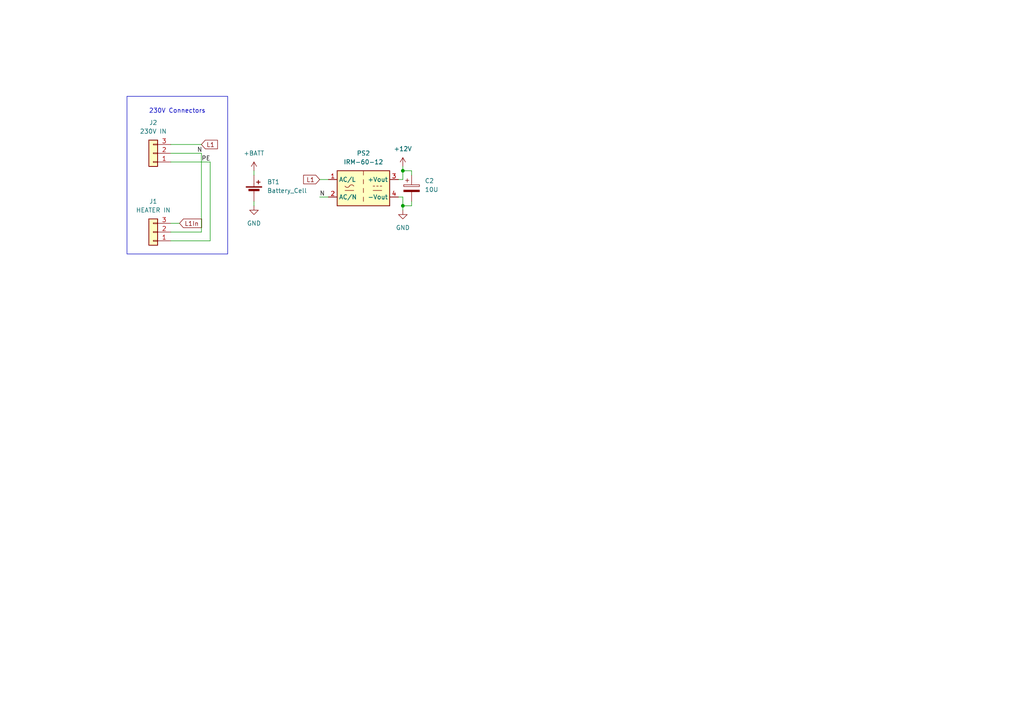
<source format=kicad_sch>
(kicad_sch (version 20230121) (generator eeschema)
  (paper "A4")
  (title_block (title "Aqua Driver power") (rev "0") (comment 1 "Created by: Sławomir Kozok") (comment 2 "Created by: Michał Walenciak") (comment 3 "2023"))
  (lib_symbols
    (symbol "Connector_Generic:Conn_01x03" (pin_names (offset 1.016) hide)
      (property "Reference" "J" (at 0 5.08 0))
      (property "Value" "Conn_01x03" (at 0 -5.08 0))
      (symbol "Conn_01x03_1_1"
        (rectangle (start -1.27 -2.413) (end 0 -2.667) (stroke (width 0.1524)))
        (rectangle (start -1.27 0.127) (end 0 -0.127) (stroke (width 0.1524)))
        (rectangle (start -1.27 2.667) (end 0 2.413) (stroke (width 0.1524)))
        (rectangle (start -1.27 3.81) (end 1.27 -3.81) (stroke (width 0.254)) (fill (type background)))
        (pin passive line (at -5.08 2.54 0) (length 3.81) (name "Pin_1") (number "1"))
        (pin passive line (at -5.08 0 0) (length 3.81) (name "Pin_2") (number "2"))
        (pin passive line (at -5.08 -2.54 0) (length 3.81) (name "Pin_3") (number "3"))
      )
    )
    (symbol "Converter_ACDC:IRM-60-12"
      (property "Reference" "PS" (at 0 7.62 0))
      (property "Value" "IRM-60-12" (at 0 -7.62 0))
      (symbol "IRM-60-12_1_1"
        (rectangle (start -7.62 5.08) (end 7.62 -5.08) (stroke (width 0.254)) (fill (type background)))
        (arc (start -5.334 0.635) (mid -4.699 0.2495) (end -4.064 0.635))
        (arc (start -2.794 0.635) (mid -3.429 1.0072) (end -4.064 0.635))
        (polyline (pts (xy -5.334 -0.635) (xy -2.794 -0.635)))
        (polyline (pts (xy 0 -2.54) (xy 0 -3.81)))
        (polyline (pts (xy 0 0) (xy 0 -1.27)))
        (polyline (pts (xy 0 2.54) (xy 0 1.27)))
        (polyline (pts (xy 0 5.08) (xy 0 3.81)))
        (polyline (pts (xy 2.794 -0.635) (xy 5.334 -0.635)))
        (polyline (pts (xy 2.794 0.635) (xy 3.302 0.635)))
        (polyline (pts (xy 3.81 0.635) (xy 4.318 0.635)))
        (polyline (pts (xy 4.826 0.635) (xy 5.334 0.635)))
        (pin power_in line (at -10.16 2.54 0) (length 2.54) (name "AC/L") (number "1"))
        (pin power_in line (at -10.16 -2.54 0) (length 2.54) (name "AC/N") (number "2"))
        (pin power_out line (at 10.16 2.54 180) (length 2.54) (name "+Vout") (number "3"))
        (pin power_out line (at 10.16 -2.54 180) (length 2.54) (name "-Vout") (number "4"))
      )
    )
    (symbol "Device:Battery_Cell" (pin_numbers hide) (pin_names (offset 0) hide)
      (property "Reference" "BT" (at 2.54 2.54 0))
      (property "Value" "Battery_Cell" (at 2.54 0 0))
      (symbol "Battery_Cell_0_1"
        (rectangle (start -2.286 1.778) (end 2.286 1.524) (fill (type outline)))
        (rectangle (start -1.524 1.016) (end 1.524 0.508) (fill (type outline)))
        (polyline (pts (xy 0 0.762) (xy 0 0)))
        (polyline (pts (xy 0 1.778) (xy 0 2.54)))
        (polyline (pts (xy 0.762 3.048) (xy 1.778 3.048)) (stroke (width 0.254)))
        (polyline (pts (xy 1.27 3.556) (xy 1.27 2.54)) (stroke (width 0.254)))
      )
      (symbol "Battery_Cell_1_1"
        (pin passive line (at 0 5.08 270) (length 2.54) (name "+") (number "1"))
        (pin passive line (at 0 -2.54 90) (length 2.54) (name "-") (number "2"))
      )
    )
    (symbol "Device:C_Polarized" (pin_numbers hide) (pin_names (offset 0.254))
      (property "Reference" "C" (at 0.635 2.54 0))
      (property "Value" "C_Polarized" (at 0.635 -2.54 0))
      (symbol "C_Polarized_0_1"
        (rectangle (start -2.286 0.508) (end 2.286 1.016))
        (polyline (pts (xy -1.778 2.286) (xy -0.762 2.286)))
        (polyline (pts (xy -1.27 2.794) (xy -1.27 1.778)))
        (rectangle (start 2.286 -0.508) (end -2.286 -1.016) (fill (type outline)))
      )
      (symbol "C_Polarized_1_1"
        (pin passive line (at 0 3.81 270) (length 2.794) (name "~") (number "1"))
        (pin passive line (at 0 -3.81 90) (length 2.794) (name "~") (number "2"))
      )
    )
    (symbol "power:+12V" (power) (pin_names (offset 0))
      (property "Value" "+12V" (at 0 3.556 0))
      (symbol "+12V_0_1"
        (polyline (pts (xy -0.762 1.27) (xy 0 2.54)))
        (polyline (pts (xy 0 0) (xy 0 2.54)))
        (polyline (pts (xy 0 2.54) (xy 0.762 1.27)))
      )
      (symbol "+12V_1_1"
        (pin power_in line (at 0 0 90) (length 0) hide (name "+12V") (number "1"))
      )
    )
    (symbol "power:+BATT" (power) (pin_names (offset 0))
      (property "Value" "+BATT" (at 0 3.556 0))
      (symbol "+BATT_0_1"
        (polyline (pts (xy -0.762 1.27) (xy 0 2.54)))
        (polyline (pts (xy 0 0) (xy 0 2.54)))
        (polyline (pts (xy 0 2.54) (xy 0.762 1.27)))
      )
      (symbol "+BATT_1_1"
        (pin power_in line (at 0 0 90) (length 0) hide (name "+BATT") (number "1"))
      )
    )
    (symbol "power:GND" (power) (pin_names (offset 0))
      (property "Value" "GND" (at 0 -3.81 0))
      (symbol "GND_0_1"
        (polyline (pts (xy 0 0) (xy 0 -1.27) (xy 1.27 -1.27) (xy 0 -2.54) (xy -1.27 -1.27) (xy 0 -1.27)))
      )
      (symbol "GND_1_1"
        (pin power_in line (at 0 0 270) (length 0) hide (name "GND") (number "1"))
      )
    )
  )
  (junction (at 116.84 59.69))
  (junction (at 116.84 49.53))
  (wire (pts (xy 49.53 64.77) (xy 52.07 64.77)))
  (wire (pts (xy 115.57 52.07) (xy 116.84 52.07)))
  (wire (pts (xy 119.38 50.8) (xy 119.38 49.53)))
  (wire (pts (xy 116.84 59.69) (xy 119.38 59.69)))
  (wire (pts (xy 119.38 59.69) (xy 119.38 58.42)))
  (wire (pts (xy 92.71 57.15) (xy 95.25 57.15)))
  (wire (pts (xy 116.84 59.69) (xy 116.84 60.96)))
  (wire (pts (xy 92.71 52.07) (xy 95.25 52.07)))
  (wire (pts (xy 116.84 49.53) (xy 116.84 52.07)))
  (wire (pts (xy 49.53 44.45) (xy 58.42 44.45)))
  (wire (pts (xy 49.53 69.85) (xy 60.96 69.85)))
  (wire (pts (xy 73.66 58.42) (xy 73.66 59.69)))
  (wire (pts (xy 73.66 49.53) (xy 73.66 50.8)))
  (wire (pts (xy 58.42 67.31) (xy 49.53 67.31)))
  (wire (pts (xy 116.84 57.15) (xy 116.84 59.69)))
  (wire (pts (xy 60.96 69.85) (xy 60.96 46.99)))
  (wire (pts (xy 115.57 57.15) (xy 116.84 57.15)))
  (wire (pts (xy 116.84 48.26) (xy 116.84 49.53)))
  (wire (pts (xy 60.96 46.99) (xy 49.53 46.99)))
  (wire (pts (xy 58.42 44.45) (xy 58.42 67.31)))
  (wire (pts (xy 119.38 49.53) (xy 116.84 49.53)))
  (wire (pts (xy 49.53 41.91) (xy 58.42 41.91)))
  (rectangle (start 36.83 27.94) (end 66.04 73.66))
  (text "230V Connectors" (at 43.18 33.02 0) (effects (font (size 1.27 1.27)) (justify left bottom)))
  (label "N" (at 57.15 44.45 0))
  (label "PE" (at 58.42 46.99 0))
  (label "N" (at 92.71 57.15 0))
  (global_label "L1" (shape input) (at 58.42 41.91 0) (property "Intersheetrefs" "${INTERSHEET_REFS}" (effects hide)))
  (global_label "L1In" (shape input) (at 52.07 64.77 0) (property "Intersheetrefs" "${INTERSHEET_REFS}" (effects hide)))
  (global_label "L1" (shape input) (at 92.71 52.07 180) (property "Intersheetrefs" "${INTERSHEET_REFS}" (effects hide)))
  (symbol (lib_id "Connector_Generic:Conn_01x03") (at 44.45 44.45 180) (unit 1)
    (property "Reference" "J2" (at 44.45 35.56 0))
    (property "Value" "230V IN" (at 44.45 38.1 0))
    (instances (project "aqua_driver" (path "" (reference "J2") (unit 1)) (path "" (reference "J3") (unit 1))) (project "aqua_driver" (path "" (reference "J2") (unit 1))))
  )
  (symbol (lib_id "Converter_ACDC:IRM-60-12") (at 105.41 54.61 0) (unit 1)
    (property "Reference" "PS2" (at 105.41 44.45 0))
    (property "Value" "IRM-60-12" (at 105.41 46.99 0))
    (property "Footprint" "Converter_ACDC:Converter_ACDC_MeanWell_IRM-60-xx_THT" (effects hide))
    (property "Datasheet" "http://www.meanwellusa.com/productPdf.aspx?i=687" (effects hide))
    (instances (project "aqua_driver" (path "" (reference "PS2") (unit 1)) (path "" (reference "PS1") (unit 1))))
  )
  (symbol (lib_id "power:GND") (at 116.84 60.96 0) (unit 1)
    (property "Reference" "#PWR025" (effects hide))
    (property "Value" "GND" (at 116.84 66.04 0))
    (instances (project "aqua_driver" (path "" (reference "#PWR025") (unit 1)) (path "" (reference "#PWR029") (unit 1))))
  )
  (symbol (lib_id "power:GND") (at 73.66 59.69 0) (unit 1)
    (property "Reference" "#PWR02" (effects hide))
    (property "Value" "GND" (at 73.66 64.77 0))
    (instances (project "aqua_driver" (path "" (reference "#PWR02") (unit 1)) (path "" (reference "#PWR027") (unit 1))) (project "aqua_driver" (path "" (reference "#PWR02") (unit 1))))
  )
  (symbol (lib_id "Device:Battery_Cell") (at 73.66 55.88 0) (unit 1)
    (property "Reference" "BT1" (at 77.47 52.7685 0) (effects (justify left)))
    (property "Value" "Battery_Cell" (at 77.47 55.3085 0) (effects (justify left)))
    (instances (project "aqua_driver" (path "" (reference "BT1") (unit 1)) (path "" (reference "BT2") (unit 1))) (project "aqua_driver" (path "" (reference "BT1") (unit 1))))
  )
  (symbol (lib_id "power:+12V") (at 116.84 48.26 0) (unit 1)
    (property "Reference" "#PWR024" (effects hide))
    (property "Value" "+12V" (at 116.84 43.18 0))
    (instances (project "aqua_driver" (path "" (reference "#PWR024") (unit 1)) (path "" (reference "#PWR028") (unit 1))) (project "aqua_driver" (path "" (reference "#PWR06") (unit 1))))
  )
  (symbol (lib_id "Connector_Generic:Conn_01x03") (at 44.45 67.31 180) (unit 1)
    (property "Reference" "J1" (at 44.45 58.42 0))
    (property "Value" "HEATER IN" (at 44.45 60.96 0))
    (instances (project "aqua_driver" (path "" (reference "J1") (unit 1)) (path "" (reference "J4") (unit 1))) (project "aqua_driver" (path "" (reference "J1") (unit 1))))
  )
  (symbol (lib_id "Device:C_Polarized") (at 119.38 54.61 0) (unit 1)
    (property "Reference" "C2" (at 123.19 52.451 0) (effects (justify left)))
    (property "Value" "10U" (at 123.19 54.991 0) (effects (justify left)))
    (instances (project "aqua_driver" (path "" (reference "C2") (unit 1)) (path "" (reference "C3") (unit 1))))
  )
  (symbol (lib_id "power:+BATT") (at 73.66 49.53 0) (unit 1)
    (property "Reference" "#PWR01" (effects hide))
    (property "Value" "+BATT" (at 73.66 44.45 0))
    (instances (project "aqua_driver" (path "" (reference "#PWR01") (unit 1)) (path "" (reference "#PWR026") (unit 1))) (project "aqua_driver" (path "" (reference "#PWR01") (unit 1))))
  )
)
</source>
